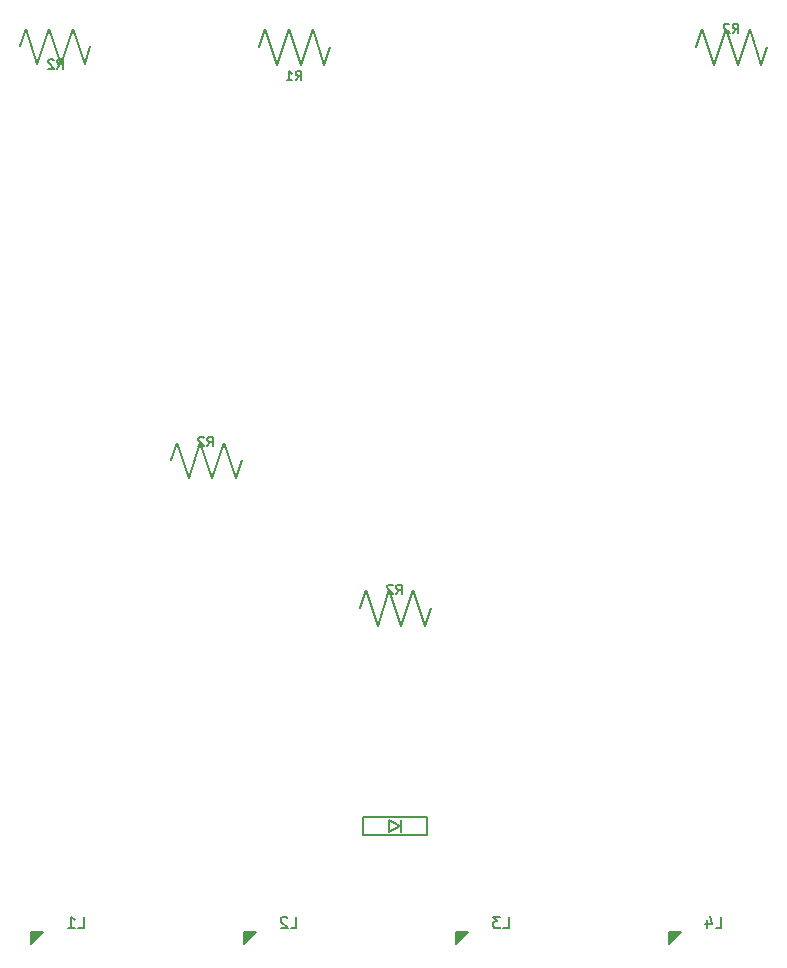
<source format=gbr>
G04 #@! TF.GenerationSoftware,KiCad,Pcbnew,5.1.5+dfsg1-2build2*
G04 #@! TF.CreationDate,2021-03-25T10:03:56+09:00*
G04 #@! TF.ProjectId,pad,7061642e-6b69-4636-9164-5f7063625858,rev?*
G04 #@! TF.SameCoordinates,Original*
G04 #@! TF.FileFunction,Legend,Bot*
G04 #@! TF.FilePolarity,Positive*
%FSLAX46Y46*%
G04 Gerber Fmt 4.6, Leading zero omitted, Abs format (unit mm)*
G04 Created by KiCad (PCBNEW 5.1.5+dfsg1-2build2) date 2021-03-25 10:03:56*
%MOMM*%
%LPD*%
G04 APERTURE LIST*
%ADD10C,0.150000*%
G04 APERTURE END LIST*
D10*
X107800000Y-128750000D02*
X107800000Y-130250000D01*
X113200000Y-128750000D02*
X107800000Y-128750000D01*
X113200000Y-130250000D02*
X113200000Y-128750000D01*
X107800000Y-130250000D02*
X113200000Y-130250000D01*
X111000000Y-130000000D02*
X111000000Y-129000000D01*
X110000000Y-129000000D02*
X110900000Y-129500000D01*
X110000000Y-130000000D02*
X110000000Y-129000000D01*
X110900000Y-129500000D02*
X110000000Y-130000000D01*
G36*
X79690000Y-139484000D02*
G01*
X80706000Y-138468000D01*
X79690000Y-138468000D01*
X79690000Y-139484000D01*
G37*
X79690000Y-139484000D02*
X80706000Y-138468000D01*
X79690000Y-138468000D01*
X79690000Y-139484000D01*
G36*
X97690000Y-139484000D02*
G01*
X98706000Y-138468000D01*
X97690000Y-138468000D01*
X97690000Y-139484000D01*
G37*
X97690000Y-139484000D02*
X98706000Y-138468000D01*
X97690000Y-138468000D01*
X97690000Y-139484000D01*
G36*
X115690000Y-139484000D02*
G01*
X116706000Y-138468000D01*
X115690000Y-138468000D01*
X115690000Y-139484000D01*
G37*
X115690000Y-139484000D02*
X116706000Y-138468000D01*
X115690000Y-138468000D01*
X115690000Y-139484000D01*
G36*
X133690000Y-139484000D02*
G01*
X134706000Y-138468000D01*
X133690000Y-138468000D01*
X133690000Y-139484000D01*
G37*
X133690000Y-139484000D02*
X134706000Y-138468000D01*
X133690000Y-138468000D01*
X133690000Y-139484000D01*
X104528315Y-65022109D02*
X103528315Y-62022109D01*
X102528315Y-65022109D02*
X101528315Y-62022109D01*
X102528315Y-65022109D02*
X103528315Y-62022109D01*
X100528315Y-65022109D02*
X99528315Y-62022109D01*
X99028315Y-63522109D02*
X99528315Y-62022109D01*
X100528315Y-65022109D02*
X101528315Y-62022109D01*
X104528315Y-65022109D02*
X105028315Y-63522109D01*
X113028315Y-112522109D02*
X112028315Y-109522109D01*
X111028315Y-112522109D02*
X110028315Y-109522109D01*
X111028315Y-112522109D02*
X112028315Y-109522109D01*
X109028315Y-112522109D02*
X108028315Y-109522109D01*
X107528315Y-111022109D02*
X108028315Y-109522109D01*
X109028315Y-112522109D02*
X110028315Y-109522109D01*
X113028315Y-112522109D02*
X113528315Y-111022109D01*
X79221685Y-61977891D02*
X80221685Y-64977891D01*
X81221685Y-61977891D02*
X82221685Y-64977891D01*
X81221685Y-61977891D02*
X80221685Y-64977891D01*
X83221685Y-61977891D02*
X84221685Y-64977891D01*
X84721685Y-63477891D02*
X84221685Y-64977891D01*
X83221685Y-61977891D02*
X82221685Y-64977891D01*
X79221685Y-61977891D02*
X78721685Y-63477891D01*
X97028315Y-100022109D02*
X97528315Y-98522109D01*
X93028315Y-100022109D02*
X94028315Y-97022109D01*
X91528315Y-98522109D02*
X92028315Y-97022109D01*
X93028315Y-100022109D02*
X92028315Y-97022109D01*
X95028315Y-100022109D02*
X96028315Y-97022109D01*
X95028315Y-100022109D02*
X94028315Y-97022109D01*
X97028315Y-100022109D02*
X96028315Y-97022109D01*
X141528315Y-65022109D02*
X140528315Y-62022109D01*
X139528315Y-65022109D02*
X138528315Y-62022109D01*
X139528315Y-65022109D02*
X140528315Y-62022109D01*
X137528315Y-65022109D02*
X136528315Y-62022109D01*
X136028315Y-63522109D02*
X136528315Y-62022109D01*
X137528315Y-65022109D02*
X138528315Y-62022109D01*
X141528315Y-65022109D02*
X142028315Y-63522109D01*
X83666666Y-138152380D02*
X84142857Y-138152380D01*
X84142857Y-137152380D01*
X82809523Y-138152380D02*
X83380952Y-138152380D01*
X83095238Y-138152380D02*
X83095238Y-137152380D01*
X83190476Y-137295238D01*
X83285714Y-137390476D01*
X83380952Y-137438095D01*
X101666666Y-138152380D02*
X102142857Y-138152380D01*
X102142857Y-137152380D01*
X101380952Y-137247619D02*
X101333333Y-137200000D01*
X101238095Y-137152380D01*
X101000000Y-137152380D01*
X100904761Y-137200000D01*
X100857142Y-137247619D01*
X100809523Y-137342857D01*
X100809523Y-137438095D01*
X100857142Y-137580952D01*
X101428571Y-138152380D01*
X100809523Y-138152380D01*
X119666666Y-138152380D02*
X120142857Y-138152380D01*
X120142857Y-137152380D01*
X119428571Y-137152380D02*
X118809523Y-137152380D01*
X119142857Y-137533333D01*
X119000000Y-137533333D01*
X118904761Y-137580952D01*
X118857142Y-137628571D01*
X118809523Y-137723809D01*
X118809523Y-137961904D01*
X118857142Y-138057142D01*
X118904761Y-138104761D01*
X119000000Y-138152380D01*
X119285714Y-138152380D01*
X119380952Y-138104761D01*
X119428571Y-138057142D01*
X137666666Y-138152380D02*
X138142857Y-138152380D01*
X138142857Y-137152380D01*
X136904761Y-137485714D02*
X136904761Y-138152380D01*
X137142857Y-137104761D02*
X137380952Y-137819047D01*
X136761904Y-137819047D01*
X102101561Y-66361904D02*
X102368228Y-65980952D01*
X102558704Y-66361904D02*
X102558704Y-65561904D01*
X102253942Y-65561904D01*
X102177751Y-65600000D01*
X102139656Y-65638095D01*
X102101561Y-65714285D01*
X102101561Y-65828571D01*
X102139656Y-65904761D01*
X102177751Y-65942857D01*
X102253942Y-65980952D01*
X102558704Y-65980952D01*
X101339656Y-66361904D02*
X101796799Y-66361904D01*
X101568228Y-66361904D02*
X101568228Y-65561904D01*
X101644418Y-65676190D01*
X101720608Y-65752380D01*
X101796799Y-65790476D01*
X110601561Y-109850327D02*
X110868228Y-109469375D01*
X111058704Y-109850327D02*
X111058704Y-109050327D01*
X110753942Y-109050327D01*
X110677751Y-109088423D01*
X110639656Y-109126518D01*
X110601561Y-109202708D01*
X110601561Y-109316994D01*
X110639656Y-109393184D01*
X110677751Y-109431280D01*
X110753942Y-109469375D01*
X111058704Y-109469375D01*
X110296799Y-109126518D02*
X110258704Y-109088423D01*
X110182513Y-109050327D01*
X109992037Y-109050327D01*
X109915847Y-109088423D01*
X109877751Y-109126518D01*
X109839656Y-109202708D01*
X109839656Y-109278899D01*
X109877751Y-109393184D01*
X110334894Y-109850327D01*
X109839656Y-109850327D01*
X81915105Y-65373481D02*
X82181772Y-64992529D01*
X82372248Y-65373481D02*
X82372248Y-64573481D01*
X82067486Y-64573481D01*
X81991295Y-64611577D01*
X81953200Y-64649672D01*
X81915105Y-64725862D01*
X81915105Y-64840148D01*
X81953200Y-64916338D01*
X81991295Y-64954434D01*
X82067486Y-64992529D01*
X82372248Y-64992529D01*
X81610343Y-64649672D02*
X81572248Y-64611577D01*
X81496057Y-64573481D01*
X81305581Y-64573481D01*
X81229391Y-64611577D01*
X81191295Y-64649672D01*
X81153200Y-64725862D01*
X81153200Y-64802053D01*
X81191295Y-64916338D01*
X81648438Y-65373481D01*
X81153200Y-65373481D01*
X94601561Y-97350327D02*
X94868228Y-96969375D01*
X95058704Y-97350327D02*
X95058704Y-96550327D01*
X94753942Y-96550327D01*
X94677751Y-96588423D01*
X94639656Y-96626518D01*
X94601561Y-96702708D01*
X94601561Y-96816994D01*
X94639656Y-96893184D01*
X94677751Y-96931280D01*
X94753942Y-96969375D01*
X95058704Y-96969375D01*
X94296799Y-96626518D02*
X94258704Y-96588423D01*
X94182513Y-96550327D01*
X93992037Y-96550327D01*
X93915847Y-96588423D01*
X93877751Y-96626518D01*
X93839656Y-96702708D01*
X93839656Y-96778899D01*
X93877751Y-96893184D01*
X94334894Y-97350327D01*
X93839656Y-97350327D01*
X139101561Y-62350327D02*
X139368228Y-61969375D01*
X139558704Y-62350327D02*
X139558704Y-61550327D01*
X139253942Y-61550327D01*
X139177751Y-61588423D01*
X139139656Y-61626518D01*
X139101561Y-61702708D01*
X139101561Y-61816994D01*
X139139656Y-61893184D01*
X139177751Y-61931280D01*
X139253942Y-61969375D01*
X139558704Y-61969375D01*
X138796799Y-61626518D02*
X138758704Y-61588423D01*
X138682513Y-61550327D01*
X138492037Y-61550327D01*
X138415847Y-61588423D01*
X138377751Y-61626518D01*
X138339656Y-61702708D01*
X138339656Y-61778899D01*
X138377751Y-61893184D01*
X138834894Y-62350327D01*
X138339656Y-62350327D01*
M02*

</source>
